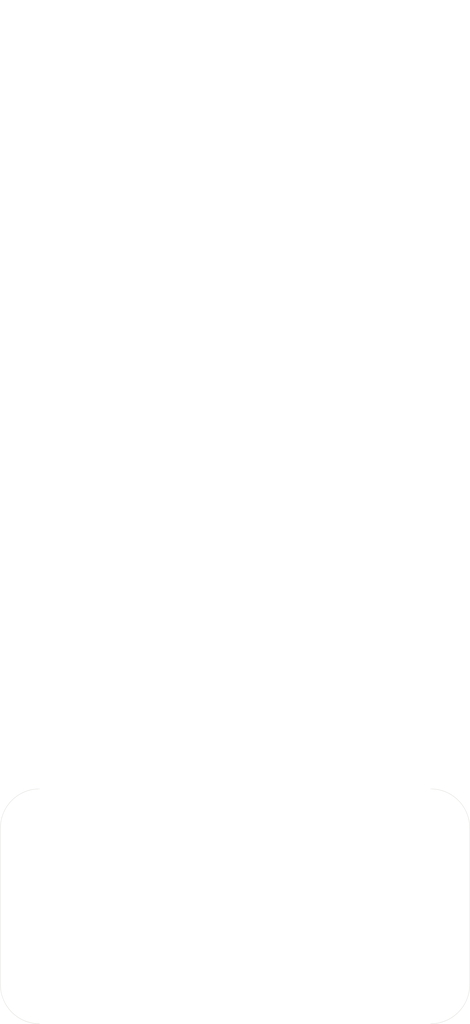
<source format=kicad_pcb>
(kicad_pcb (version 20171130) (host pcbnew 5.1.6)

  (general
    (thickness 1.6)
    (drawings 198)
    (tracks 0)
    (zones 0)
    (modules 0)
    (nets 1)
  )

  (page A4)
  (layers
    (0 F.Cu signal)
    (31 B.Cu signal)
    (32 B.Adhes user)
    (33 F.Adhes user)
    (34 B.Paste user)
    (35 F.Paste user)
    (36 B.SilkS user)
    (37 F.SilkS user)
    (38 B.Mask user)
    (39 F.Mask user)
    (40 Dwgs.User user)
    (41 Cmts.User user)
    (42 Eco1.User user)
    (43 Eco2.User user)
    (44 Edge.Cuts user)
    (45 Margin user)
    (46 B.CrtYd user)
    (47 F.CrtYd user)
    (48 B.Fab user)
    (49 F.Fab user)
  )

  (setup
    (last_trace_width 0.25)
    (trace_clearance 0.2)
    (zone_clearance 0.508)
    (zone_45_only no)
    (trace_min 0.2)
    (via_size 0.8)
    (via_drill 0.4)
    (via_min_size 0.4)
    (via_min_drill 0.3)
    (uvia_size 0.3)
    (uvia_drill 0.1)
    (uvias_allowed no)
    (uvia_min_size 0.2)
    (uvia_min_drill 0.1)
    (edge_width 0.05)
    (segment_width 0.2)
    (pcb_text_width 0.3)
    (pcb_text_size 1.5 1.5)
    (mod_edge_width 0.12)
    (mod_text_size 1 1)
    (mod_text_width 0.15)
    (pad_size 1 0.8)
    (pad_drill 0)
    (pad_to_mask_clearance 0)
    (aux_axis_origin 0 0)
    (visible_elements FEFFF77F)
    (pcbplotparams
      (layerselection 0x010fc_ffffffff)
      (usegerberextensions true)
      (usegerberattributes false)
      (usegerberadvancedattributes false)
      (creategerberjobfile false)
      (excludeedgelayer true)
      (linewidth 0.100000)
      (plotframeref false)
      (viasonmask false)
      (mode 1)
      (useauxorigin false)
      (hpglpennumber 1)
      (hpglpenspeed 20)
      (hpglpendiameter 15.000000)
      (psnegative false)
      (psa4output false)
      (plotreference true)
      (plotvalue true)
      (plotinvisibletext false)
      (padsonsilk false)
      (subtractmaskfromsilk false)
      (outputformat 1)
      (mirror false)
      (drillshape 0)
      (scaleselection 1)
      (outputdirectory "../../../../../home/alfonso/Desktop/Gerbers"))
  )

  (net 0 "")

  (net_class Default "This is the default net class."
    (clearance 0.2)
    (trace_width 0.25)
    (via_dia 0.8)
    (via_drill 0.4)
    (uvia_dia 0.3)
    (uvia_drill 0.1)
  )

  (gr_line (start -25.75 136.75) (end -19.75 136.75) (layer Dwgs.User) (width 0.15) (tstamp 5EDCC3E6))
  (gr_arc (start -19.75 136.25) (end -19.75 136.75) (angle -90) (layer Dwgs.User) (width 0.15) (tstamp 5EDCC3D5))
  (gr_arc (start -25.75 136.25) (end -26.25 136.25) (angle -90) (layer Dwgs.User) (width 0.15) (tstamp 5EDCC3D5))
  (gr_line (start -18.75 120) (end -5.75 120) (layer Dwgs.User) (width 0.15) (tstamp 5EDCC3CE))
  (gr_line (start -26.25 120.5) (end -26.25 136.25) (layer Dwgs.User) (width 0.15) (tstamp 5EDCC3C3))
  (gr_line (start -19.25 120.5) (end -19.25 136.25) (layer Dwgs.User) (width 0.15))
  (gr_arc (start -18.75 120.5) (end -18.75 120) (angle -90) (layer Dwgs.User) (width 0.15) (tstamp 5EDCC3AB))
  (gr_arc (start -26.75 120.5) (end -26.25 120.5) (angle -90) (layer Dwgs.User) (width 0.15) (tstamp 5EDCC3AB))
  (gr_arc (start -29.75 152.5) (end -29.75 154) (angle -180) (layer Dwgs.User) (width 0.15) (tstamp 5EDCBEA2))
  (gr_arc (start -35.25 152.5) (end -35.25 151) (angle -180) (layer Dwgs.User) (width 0.15) (tstamp 5EDCBEA1))
  (gr_line (start -35.25 151) (end -29.75 151) (layer Dwgs.User) (width 0.15) (tstamp 5EDCBEA0))
  (gr_line (start -29.75 154) (end -35.25 154) (layer Dwgs.User) (width 0.15) (tstamp 5EDCBE9F))
  (gr_line (start -29.75 148) (end -35.25 148) (layer Dwgs.User) (width 0.15) (tstamp 5EDCBE91))
  (gr_line (start -35.25 145) (end -29.75 145) (layer Dwgs.User) (width 0.15) (tstamp 5EDCBE8F))
  (gr_arc (start -29.75 146.5) (end -29.75 148) (angle -180) (layer Dwgs.User) (width 0.15) (tstamp 5EDCBE79))
  (gr_arc (start -35.25 146.5) (end -35.25 145) (angle -180) (layer Dwgs.User) (width 0.15))
  (gr_line (start 15.5 120) (end 5.75 120) (layer Dwgs.User) (width 0.15) (tstamp 5ED9508B))
  (gr_line (start 5.25 128.25) (end 5.25 120.5) (layer Dwgs.User) (width 0.15) (tstamp 5ED95087))
  (gr_line (start -4.75 128.75) (end 4.75 128.75) (layer Dwgs.User) (width 0.15) (tstamp 5ED95086))
  (gr_line (start -5.25 120.5) (end -5.25 128.25) (layer Dwgs.User) (width 0.15) (tstamp 5ED95085))
  (gr_arc (start -5.75 120.5) (end -5.25 120.5) (angle -90) (layer Dwgs.User) (width 0.15) (tstamp 5ED9507A))
  (gr_arc (start 5.75 120.5) (end 5.75 120) (angle -90) (layer Dwgs.User) (width 0.15) (tstamp 5ED9507A))
  (gr_arc (start 4.75 128.25) (end 4.75 128.75) (angle -90) (layer Dwgs.User) (width 0.15) (tstamp 5ED9507A))
  (gr_arc (start -4.75 128.25) (end -5.25 128.25) (angle -90) (layer Dwgs.User) (width 0.15) (tstamp 5ED9507A))
  (gr_circle (center -36.75 125.25) (end -35.65 125.25) (layer Dwgs.User) (width 0.15) (tstamp 5ED9506C))
  (gr_circle (center -20.5 157.5) (end -19.4 157.5) (layer Dwgs.User) (width 0.15) (tstamp 5ED9506C))
  (gr_circle (center 20.5 157.5) (end 21.6 157.5) (layer Dwgs.User) (width 0.15) (tstamp 5ED9506C))
  (gr_circle (center 36.75 125.25) (end 37.85 125.25) (layer Dwgs.User) (width 0.15) (tstamp 5ED9506C))
  (gr_arc (start 15.5 120.5) (end 16 120.5) (angle -90) (layer Dwgs.User) (width 0.15) (tstamp 5ED95052))
  (gr_arc (start 16.5 126.25) (end 16 126.25) (angle -90) (layer Dwgs.User) (width 0.15) (tstamp 5ED95052))
  (gr_line (start 16 120.5) (end 16 126.25) (layer Dwgs.User) (width 0.15) (tstamp 5ED9504D))
  (gr_line (start -23.75 57) (end -34.25 57) (layer Dwgs.User) (width 0.15) (tstamp 5ED95003))
  (gr_line (start -39 52.25) (end -39 41.75) (layer Dwgs.User) (width 0.15) (tstamp 5ED94FF4))
  (gr_circle (center 24 2.5) (end 28.1 2.5) (layer Dwgs.User) (width 0.15) (tstamp 5ED94F9A))
  (gr_circle (center 34 -2.5) (end 38.1 -2.5) (layer Dwgs.User) (width 0.15))
  (gr_line (start 30.5 40.5) (end 30.5 48.5) (layer Dwgs.User) (width 0.15) (tstamp 5ED94F8E))
  (gr_arc (start 34 48.5) (end 30.5 48.5) (angle -180) (layer Dwgs.User) (width 0.15) (tstamp 5ED94F8D))
  (gr_line (start 37.5 48.5) (end 37.5 40.5) (layer Dwgs.User) (width 0.15) (tstamp 5ED94F8C))
  (gr_arc (start 34 40.5) (end 37.5 40.5) (angle -180) (layer Dwgs.User) (width 0.15) (tstamp 5ED94F8B))
  (gr_line (start 20.5 45.5) (end 20.5 53.5) (layer Dwgs.User) (width 0.15) (tstamp 5ED94F7B))
  (gr_line (start 27.5 53.5) (end 27.5 45.5) (layer Dwgs.User) (width 0.15) (tstamp 5ED94F7A))
  (gr_arc (start 24 53.5) (end 20.5 53.5) (angle -180) (layer Dwgs.User) (width 0.15) (tstamp 5ED94F73))
  (gr_arc (start 24 45.5) (end 27.5 45.5) (angle -180) (layer Dwgs.User) (width 0.15))
  (gr_line (start -34.25 37) (end -23.75 37) (layer Dwgs.User) (width 0.15) (tstamp 5ED94ECB))
  (gr_line (start -19 41.75) (end -19 52.25) (layer Dwgs.User) (width 0.15))
  (gr_line (start -35.25 -9) (end -38 -6.25) (layer Dwgs.User) (width 0.15) (tstamp 5ED94EA1))
  (gr_line (start -38 -6.25) (end -38 6.25) (layer Dwgs.User) (width 0.15) (tstamp 5ED94EA0))
  (gr_line (start -35.25 -9) (end -22.75 -9) (layer Dwgs.User) (width 0.15) (tstamp 5ED94E9F))
  (gr_line (start -22.75 9) (end -20 6.25) (layer Dwgs.User) (width 0.15) (tstamp 5ED94E9E))
  (gr_line (start -20 -6.25) (end -20 6.25) (layer Dwgs.User) (width 0.15) (tstamp 5ED94E9D))
  (gr_line (start -22.75 -9) (end -20 -6.25) (layer Dwgs.User) (width 0.15) (tstamp 5ED94E9C))
  (gr_line (start -38 6.25) (end -35.25 9) (layer Dwgs.User) (width 0.15) (tstamp 5ED94E9B))
  (gr_line (start -35.25 9) (end -22.75 9) (layer Dwgs.User) (width 0.15) (tstamp 5ED94E9A))
  (gr_circle (center -36.75 -15.75) (end -35.65 -15.75) (layer Dwgs.User) (width 0.15) (tstamp 5ED94E85))
  (gr_circle (center 36.75 -15.75) (end 37.85 -15.75) (layer Dwgs.User) (width 0.15) (tstamp 5ED94E85))
  (gr_circle (center 20.5 16.5) (end 21.6 16.5) (layer Dwgs.User) (width 0.15) (tstamp 5ED94E85))
  (gr_circle (center -20.5 16.5) (end -19.4 16.5) (layer Dwgs.User) (width 0.15) (tstamp 5ED94E85))
  (gr_line (start -35 21) (end 35 21) (layer Dwgs.User) (width 0.15) (tstamp 5ED94E84))
  (gr_line (start 15.5 -21) (end -35 -21) (layer Dwgs.User) (width 0.15) (tstamp 5ED94E83))
  (gr_line (start 31.75 -14.25) (end 16.5 -14.25) (layer Dwgs.User) (width 0.15) (tstamp 5ED94E82))
  (gr_arc (start 15.5 -20.5) (end 16 -20.5) (angle -90) (layer Dwgs.User) (width 0.15) (tstamp 5ED94E77))
  (gr_arc (start 16.5 -14.75) (end 16 -14.75) (angle -90) (layer Dwgs.User) (width 0.15) (tstamp 5ED94E77))
  (gr_line (start 16 -20.5) (end 16 -14.75) (layer Dwgs.User) (width 0.15) (tstamp 5ED94E72))
  (gr_line (start -34.25 37) (end -39 41.75) (layer Dwgs.User) (width 0.15) (tstamp 5ED94E52))
  (gr_line (start -23.75 37) (end -19 41.75) (layer Dwgs.User) (width 0.15) (tstamp 5ED94E51))
  (gr_line (start -23.75 57) (end -19 52.25) (layer Dwgs.User) (width 0.15) (tstamp 5ED94E50))
  (gr_line (start -39 52.25) (end -34.25 57) (layer Dwgs.User) (width 0.15) (tstamp 5ED94E4F))
  (gr_line (start -35 26) (end 15.5 26) (layer Dwgs.User) (width 0.15) (tstamp 5ED94045))
  (gr_arc (start 16.5 33.25) (end 16.5 32.75) (angle -90) (layer Dwgs.User) (width 0.15) (tstamp 5ED94E1C))
  (gr_arc (start 15.5 26.5) (end 16 26.5) (angle -90) (layer Dwgs.User) (width 0.15) (tstamp 5ED94E16))
  (gr_line (start 16 26.5) (end 16 29.5) (layer Dwgs.User) (width 0.15) (tstamp 5ED94E13))
  (gr_arc (start -35 33) (end -35 26) (angle -90) (layer Dwgs.User) (width 0.15) (tstamp 5ED94E0B))
  (gr_arc (start 15.5 64.5) (end 15.5 65) (angle -90) (layer Dwgs.User) (width 0.15) (tstamp 5ED933CC))
  (gr_arc (start 15.5 29.5) (end 15.5 30) (angle -90) (layer Dwgs.User) (width 0.15) (tstamp 5ED933CC))
  (gr_arc (start -15.5 30.5) (end -15.5 30) (angle -90) (layer Dwgs.User) (width 0.15) (tstamp 5ED933CC))
  (gr_circle (center 20.5 63.5) (end 21.6 63.5) (layer Dwgs.User) (width 0.15) (tstamp 5ED94DB1))
  (gr_circle (center 36.75 31.25) (end 37.85 31.25) (layer Dwgs.User) (width 0.15) (tstamp 5ED94DB1))
  (gr_circle (center -36.75 31.25) (end -35.65 31.25) (layer Dwgs.User) (width 0.15) (tstamp 5ED94DB1))
  (gr_circle (center -20.5 63.5) (end -19.4 63.5) (layer Dwgs.User) (width 0.15) (tstamp 5ED94DB1))
  (gr_circle (center 36.75 78.25) (end 37.85 78.25) (layer Dwgs.User) (width 0.15) (tstamp 5ED94DAB))
  (gr_circle (center 20.5 110.5) (end 21.6 110.5) (layer Dwgs.User) (width 0.15) (tstamp 5ED94DA5))
  (gr_circle (center -20.5 110.5) (end -19.4 110.5) (layer Dwgs.User) (width 0.15) (tstamp 5ED94DA0))
  (gr_circle (center -36.75 78.25) (end -35.65 78.25) (layer Dwgs.User) (width 0.15))
  (gr_line (start 24.5 162) (end 20.5 162) (layer Dwgs.User) (width 0.15) (tstamp 5ED94107))
  (gr_arc (start -35 127) (end -35 120) (angle -90) (layer Edge.Cuts) (width 0.05) (tstamp 5ED940D5))
  (gr_arc (start 32.75 120.5) (end 32.75 120) (angle -90) (layer Dwgs.User) (width 0.15) (tstamp 5ED940AB))
  (gr_line (start -32.75 120) (end -35 120) (layer Dwgs.User) (width 0.15) (tstamp 5ED94090))
  (gr_arc (start 35 127) (end 42 127) (angle -90) (layer Edge.Cuts) (width 0.05) (tstamp 5ED9405A))
  (gr_line (start 42 127) (end 42 155) (layer Edge.Cuts) (width 0.05) (tstamp 5ED94059))
  (gr_line (start -42 127) (end -42 155) (layer Edge.Cuts) (width 0.05) (tstamp 5ED94058))
  (gr_line (start 31.75 126.75) (end 16.5 126.75) (layer Dwgs.User) (width 0.15) (tstamp 5ED94057))
  (gr_line (start 32.25 120.5) (end 32.25 126.25) (layer Dwgs.User) (width 0.15) (tstamp 5ED94056))
  (gr_line (start -35 120) (end -26.75 120) (layer Dwgs.User) (width 0.15) (tstamp 5ED94050))
  (gr_arc (start -35 155) (end -42 155) (angle -90) (layer Edge.Cuts) (width 0.05) (tstamp 5ED9404F))
  (gr_line (start -35 162) (end 35 162) (layer Dwgs.User) (width 0.15) (tstamp 5ED94048))
  (gr_arc (start 35 155) (end 35 162) (angle -90) (layer Edge.Cuts) (width 0.05) (tstamp 5ED94047))
  (gr_circle (center 37.75 155) (end 38.85 155) (layer Dwgs.User) (width 0.15) (tstamp 5ED94046))
  (gr_line (start -35 68) (end 35 68) (layer Dwgs.User) (width 0.15) (tstamp 5ED94040))
  (gr_circle (center 37.75 61) (end 38.85 61) (layer Dwgs.User) (width 0.15) (tstamp 5ED9403E))
  (gr_line (start -15.5 65) (end 15.5 65) (layer Dwgs.User) (width 0.15) (tstamp 5ED9402F))
  (gr_line (start -16 64.5) (end -16 30.5) (layer Dwgs.User) (width 0.15) (tstamp 5ED9402E))
  (gr_line (start 16 64.5) (end 16 33.25) (layer Dwgs.User) (width 0.15) (tstamp 5ED9402D))
  (gr_line (start -15.5 30) (end 15.5 30) (layer Dwgs.User) (width 0.15) (tstamp 5ED9402C))
  (gr_line (start 31.75 32.75) (end 16.5 32.75) (layer Dwgs.User) (width 0.15) (tstamp 5ED9402B))
  (gr_line (start 32.25 26.5) (end 32.25 32.25) (layer Dwgs.User) (width 0.15) (tstamp 5ED9402A))
  (gr_arc (start -35 61) (end -42 61) (angle -90) (layer Dwgs.User) (width 0.15) (tstamp 5ED94019))
  (gr_line (start -42 61) (end -42 33) (layer Dwgs.User) (width 0.15) (tstamp 5ED94017))
  (gr_arc (start 35 61) (end 35 68) (angle -90) (layer Dwgs.User) (width 0.15) (tstamp 5ED94015))
  (gr_line (start 42 61) (end 42 33) (layer Dwgs.User) (width 0.15) (tstamp 5ED94013))
  (gr_arc (start 35 33) (end 42 33) (angle -90) (layer Dwgs.User) (width 0.15) (tstamp 5ED94012))
  (gr_line (start 35 26) (end 32.75 26) (layer Dwgs.User) (width 0.15) (tstamp 5ED94011))
  (gr_arc (start 31.75 32.25) (end 31.75 32.75) (angle -90) (layer Dwgs.User) (width 0.15) (tstamp 5ED94003))
  (gr_arc (start 32.75 26.5) (end 32.75 26) (angle -90) (layer Dwgs.User) (width 0.15) (tstamp 5ED94002))
  (gr_arc (start 31.75 126.25) (end 31.75 126.75) (angle -90) (layer Dwgs.User) (width 0.15) (tstamp 5ED93F86))
  (gr_arc (start -15.5 64.5) (end -16 64.5) (angle -90) (layer Dwgs.User) (width 0.15) (tstamp 5ED93EDE))
  (gr_line (start 42 155) (end 42 127) (layer Dwgs.User) (width 0.15) (tstamp 5ED93ED8))
  (gr_arc (start 35 127) (end 42 127) (angle -90) (layer Dwgs.User) (width 0.15) (tstamp 5ED93ED7))
  (gr_line (start 35 120) (end 32.75 120) (layer Dwgs.User) (width 0.15) (tstamp 5ED93ED6))
  (gr_arc (start -35 155) (end -42 155) (angle -90) (layer Dwgs.User) (width 0.15) (tstamp 5ED93ECA))
  (gr_line (start -35 162) (end -20.5 162) (layer Dwgs.User) (width 0.15) (tstamp 5ED93EC9))
  (gr_line (start -42 155) (end -42 127) (layer Dwgs.User) (width 0.15) (tstamp 5ED93EC8))
  (gr_arc (start -35 127) (end -35 120) (angle -90) (layer Dwgs.User) (width 0.15) (tstamp 5ED93EC0))
  (gr_arc (start 35 155) (end 35 162) (angle -90) (layer Dwgs.User) (width 0.15) (tstamp 5ED93EBF))
  (gr_line (start 34.5 162) (end 35 162) (layer Dwgs.User) (width 0.15) (tstamp 5ED93EBE))
  (gr_arc (start 12.5 83.25) (end 12.5 82.75) (angle -90) (layer Dwgs.User) (width 0.15) (tstamp 5ED93BD3))
  (gr_arc (start 12.5 105.5) (end 12 105.5) (angle -90) (layer Dwgs.User) (width 0.15) (tstamp 5ED93BD2))
  (gr_arc (start 38.5 83.25) (end 39 83.25) (angle -90) (layer Dwgs.User) (width 0.15) (tstamp 5ED93BCA))
  (gr_line (start 39 83.25) (end 39 108) (layer Dwgs.User) (width 0.15) (tstamp 5ED93BC9))
  (gr_line (start -39 91.25) (end -39 83.25) (layer Dwgs.User) (width 0.15) (tstamp 5ED93BBF))
  (gr_line (start -38.5 91.75) (end -26.75 91.75) (layer Dwgs.User) (width 0.15) (tstamp 5ED93BBE))
  (gr_line (start -23.75 105.5) (end -23.75 94.75) (layer Dwgs.User) (width 0.15) (tstamp 5ED93BBD))
  (gr_line (start -36.75 82.75) (end -38.5 82.75) (layer Dwgs.User) (width 0.15) (tstamp 5ED93BBC))
  (gr_line (start -26.75 95.25) (end -26.75 109.75) (layer Dwgs.User) (width 0.15) (tstamp 5ED93BBB))
  (gr_line (start -23.25 106) (end -20.5 106) (layer Dwgs.User) (width 0.15) (tstamp 5ED93BBA))
  (gr_line (start -37.75 94.75) (end -27.25 94.75) (layer Dwgs.User) (width 0.15) (tstamp 5ED93BB9))
  (gr_arc (start -26.75 94.75) (end -23.75 94.75) (angle -90) (layer Dwgs.User) (width 0.15) (tstamp 5ED93BB8))
  (gr_line (start 12 83.25) (end 12 105.5) (layer Dwgs.User) (width 0.15) (tstamp 5ED93BB7))
  (gr_line (start 12.5 106) (end 23.25 106) (layer Dwgs.User) (width 0.15) (tstamp 5ED93BB6))
  (gr_line (start 38.5 82.75) (end 12.5 82.75) (layer Dwgs.User) (width 0.15) (tstamp 5ED93BB5))
  (gr_line (start -27.25 110.25) (end -37.75 110.25) (layer Dwgs.User) (width 0.15) (tstamp 5ED93BB4))
  (gr_line (start -38.25 109.75) (end -38.25 95.25) (layer Dwgs.User) (width 0.15) (tstamp 5ED93BB3))
  (gr_line (start 31.75 79.75) (end 12 79.75) (layer Dwgs.User) (width 0.15) (tstamp 5ED93BAE))
  (gr_line (start 32.25 73.5) (end 32.25 79.25) (layer Dwgs.User) (width 0.15) (tstamp 5ED93BAD))
  (gr_line (start 9 82.75) (end 9 106) (layer Dwgs.User) (width 0.15) (tstamp 5ED93BAC))
  (gr_arc (start 12 82.75) (end 12 79.75) (angle -90) (layer Dwgs.User) (width 0.15) (tstamp 5ED93BAB))
  (gr_line (start 34 110.75) (end 34 114.5) (layer Dwgs.User) (width 0.15) (tstamp 5ED93BA6))
  (gr_line (start 33.5 110.25) (end 25.5 110.25) (layer Dwgs.User) (width 0.15) (tstamp 5ED93BA5))
  (gr_arc (start 12 106) (end 9 106) (angle -90) (layer Dwgs.User) (width 0.15) (tstamp 5ED93BA4))
  (gr_line (start 12 109) (end 15.5 109) (layer Dwgs.User) (width 0.15) (tstamp 5ED93BA3))
  (gr_line (start 16 110.5) (end 16 109.5) (layer Dwgs.User) (width 0.15) (tstamp 5ED93BA2))
  (gr_line (start 35.75 107.25) (end 24.25 107.25) (layer Dwgs.User) (width 0.15) (tstamp 5ED93BA1))
  (gr_line (start 25 110.75) (end 25 114.5) (layer Dwgs.User) (width 0.15) (tstamp 5ED93BA0))
  (gr_arc (start 37.75 108) (end 36.5 108) (angle -180) (layer Dwgs.User) (width 0.15) (tstamp 5ED93B9F))
  (gr_arc (start 35.75 108) (end 36.5 108) (angle -90) (layer Dwgs.User) (width 0.15) (tstamp 5ED93B9E))
  (gr_arc (start -20.5 110.5) (end -20.5 115) (angle -180) (layer Dwgs.User) (width 0.15) (tstamp 5ED93B9D))
  (gr_arc (start -35 108) (end -42 108) (angle -90) (layer Dwgs.User) (width 0.15) (tstamp 5ED93B9C))
  (gr_line (start -35 115) (end -20.5 115) (layer Dwgs.User) (width 0.15) (tstamp 5ED93B9B))
  (gr_line (start -42 108) (end -42 80) (layer Dwgs.User) (width 0.15) (tstamp 5ED93B9A))
  (gr_arc (start -35 80) (end -35 73) (angle -90) (layer Dwgs.User) (width 0.15) (tstamp 5ED93B99))
  (gr_arc (start 35 108) (end 35 115) (angle -90) (layer Dwgs.User) (width 0.15) (tstamp 5ED93B98))
  (gr_line (start 34.5 115) (end 35 115) (layer Dwgs.User) (width 0.15) (tstamp 5ED93B97))
  (gr_line (start 42 108) (end 42 80) (layer Dwgs.User) (width 0.15) (tstamp 5ED93B96))
  (gr_arc (start 35 80) (end 42 80) (angle -90) (layer Dwgs.User) (width 0.15) (tstamp 5ED93B95))
  (gr_line (start 35 73) (end 32.75 73) (layer Dwgs.User) (width 0.15) (tstamp 5ED93B94))
  (gr_line (start 24.5 115) (end 20.5 115) (layer Dwgs.User) (width 0.15) (tstamp 5ED93B93))
  (gr_arc (start 23.25 106.5) (end 23.75 106.5) (angle -90) (layer Dwgs.User) (width 0.15) (tstamp 5ED93B92))
  (gr_arc (start 24.25 106.75) (end 23.75 106.75) (angle -90) (layer Dwgs.User) (width 0.15) (tstamp 5ED93B91))
  (gr_line (start 23.75 106.75) (end 23.75 106.5) (layer Dwgs.User) (width 0.15) (tstamp 5ED93B90))
  (gr_arc (start 20.5 110.5) (end 16 110.5) (angle -90) (layer Dwgs.User) (width 0.15) (tstamp 5ED93B8F))
  (gr_line (start -32.25 78.25) (end -32.25 73.5) (layer Dwgs.User) (width 0.15) (tstamp 5ED93B8E))
  (gr_line (start -32.75 73) (end -35 73) (layer Dwgs.User) (width 0.15) (tstamp 5ED93B8D))
  (gr_arc (start -36.75 78.25) (end -36.75 82.75) (angle -90) (layer Dwgs.User) (width 0.15) (tstamp 5ED93B8C))
  (gr_arc (start 33.5 110.75) (end 34 110.75) (angle -90) (layer Dwgs.User) (width 0.15) (tstamp 5ED93B8B))
  (gr_arc (start 25.5 110.75) (end 25.5 110.25) (angle -90) (layer Dwgs.User) (width 0.15) (tstamp 5ED93B8A))
  (gr_arc (start 34.5 114.5) (end 34 114.5) (angle -90) (layer Dwgs.User) (width 0.15) (tstamp 5ED93B89))
  (gr_arc (start 24.5 114.5) (end 24.5 115) (angle -90) (layer Dwgs.User) (width 0.15) (tstamp 5ED93B88))
  (gr_arc (start 15.5 109.5) (end 16 109.5) (angle -90) (layer Dwgs.User) (width 0.15) (tstamp 5ED93B87))
  (gr_arc (start 31.75 79.25) (end 31.75 79.75) (angle -90) (layer Dwgs.User) (width 0.15) (tstamp 5ED93B86))
  (gr_arc (start 32.75 73.5) (end 32.75 73) (angle -90) (layer Dwgs.User) (width 0.15) (tstamp 5ED93B85))
  (gr_arc (start -32.75 73.5) (end -32.25 73.5) (angle -90) (layer Dwgs.User) (width 0.15) (tstamp 5ED93B84))
  (gr_arc (start -23.25 105.5) (end -23.75 105.5) (angle -90) (layer Dwgs.User) (width 0.15) (tstamp 5ED93B83))
  (gr_arc (start -38.5 91.25) (end -39 91.25) (angle -90) (layer Dwgs.User) (width 0.15) (tstamp 5ED93B82))
  (gr_arc (start -38.5 83.25) (end -38.5 82.75) (angle -90) (layer Dwgs.User) (width 0.15) (tstamp 5ED93B81))
  (gr_arc (start -27.25 95.25) (end -26.75 95.25) (angle -90) (layer Dwgs.User) (width 0.15) (tstamp 5ED93B80))
  (gr_arc (start -37.75 95.25) (end -37.75 94.75) (angle -90) (layer Dwgs.User) (width 0.15) (tstamp 5ED93B0E))
  (gr_arc (start -37.75 109.75) (end -38.25 109.75) (angle -90) (layer Dwgs.User) (width 0.15) (tstamp 5ED93A8C))
  (gr_arc (start -27.25 109.75) (end -27.25 110.25) (angle -90) (layer Dwgs.User) (width 0.15) (tstamp 5ED93A8B))
  (gr_arc (start 32.75 -20.5) (end 32.75 -21) (angle -90) (layer Dwgs.User) (width 0.15) (tstamp 5ED938F8))
  (gr_arc (start 31.75 -14.75) (end 31.75 -14.25) (angle -90) (layer Dwgs.User) (width 0.15) (tstamp 5ED938F8))
  (gr_line (start 35 -21) (end 32.75 -21) (layer Dwgs.User) (width 0.15) (tstamp 5ED7F1F3))
  (gr_arc (start 35 -14) (end 42 -14) (angle -90) (layer Dwgs.User) (width 0.15) (tstamp 5ED7F1EF))
  (gr_line (start 42 14) (end 42 -14) (layer Dwgs.User) (width 0.15))
  (gr_arc (start 35 14) (end 35 21) (angle -90) (layer Dwgs.User) (width 0.15) (tstamp 5ED7F1DE))
  (gr_arc (start -35 -14) (end -35 -21) (angle -90) (layer Dwgs.User) (width 0.15) (tstamp 5ED7E8A8))
  (gr_line (start -42 14) (end -42 -14) (layer Dwgs.User) (width 0.15))
  (gr_arc (start -35 14) (end -42 14) (angle -90) (layer Dwgs.User) (width 0.15) (tstamp 5ED7E7D8))
  (gr_line (start 32.25 -20.5) (end 32.25 -14.75) (layer Dwgs.User) (width 0.15))
  (gr_circle (center 37.75 14) (end 38.85 14) (layer Dwgs.User) (width 0.15) (tstamp 5E7D1077))

)

</source>
